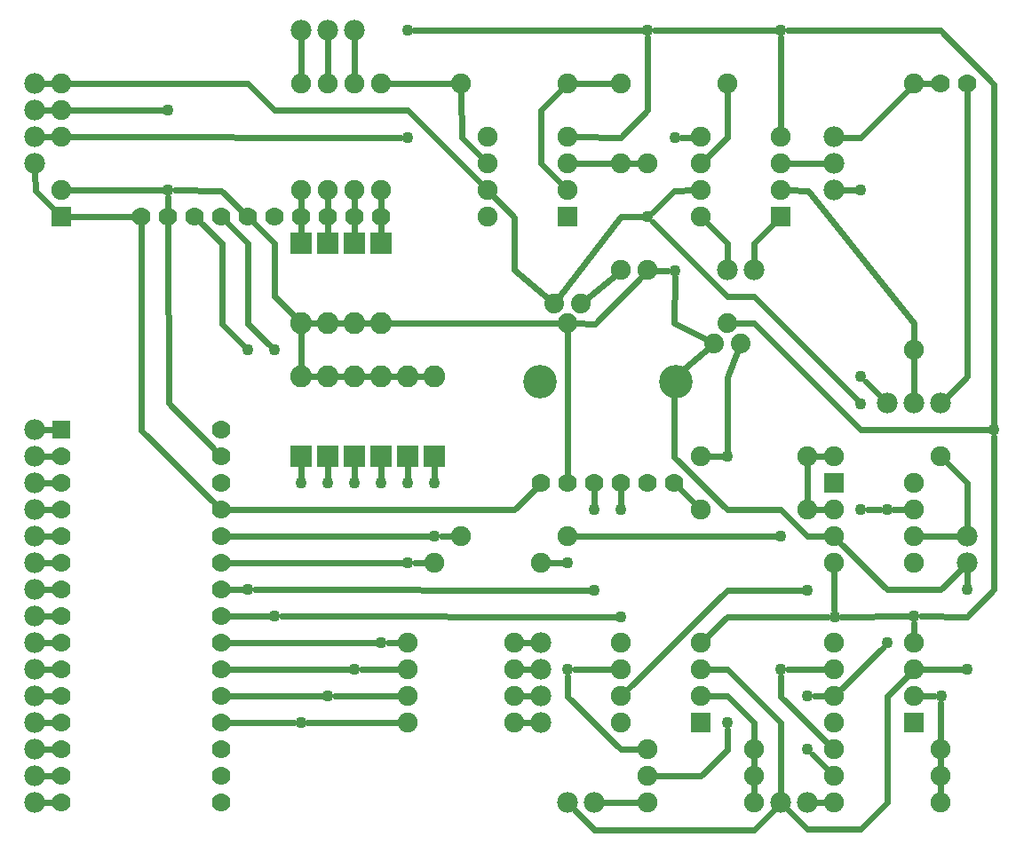
<source format=gbl>
G04 MADE WITH FRITZING*
G04 WWW.FRITZING.ORG*
G04 DOUBLE SIDED*
G04 HOLES PLATED*
G04 CONTOUR ON CENTER OF CONTOUR VECTOR*
%ASAXBY*%
%FSLAX23Y23*%
%MOIN*%
%OFA0B0*%
%SFA1.0B1.0*%
%ADD10C,0.043307*%
%ADD11C,0.074000*%
%ADD12C,0.075000*%
%ADD13C,0.125984*%
%ADD14C,0.070000*%
%ADD15C,0.078000*%
%ADD16C,0.082000*%
%ADD17R,0.075000X0.075000*%
%ADD18R,0.069972X0.070000*%
%ADD19R,0.082000X0.082000*%
%ADD20C,0.024000*%
%LNCOPPER0*%
G90*
G70*
G54D10*
X3646Y561D03*
X744Y2461D03*
X744Y2761D03*
X3044Y3061D03*
X1643Y2660D03*
X1643Y3061D03*
X2544Y3061D03*
X2646Y2660D03*
X2646Y2160D03*
X1044Y961D03*
X1144Y861D03*
X3344Y2461D03*
X3344Y1761D03*
X1044Y1861D03*
X1144Y1861D03*
X1544Y762D03*
X1444Y661D03*
X1344Y562D03*
X1243Y461D03*
X1644Y1061D03*
X1744Y1161D03*
X1243Y1361D03*
X1344Y1361D03*
X1445Y1361D03*
X1543Y1361D03*
X1644Y1361D03*
X1744Y1361D03*
G54D11*
X2894Y1886D03*
X2844Y1961D03*
X2794Y1886D03*
G54D10*
X3844Y1561D03*
X3443Y1262D03*
X3444Y761D03*
X3544Y861D03*
X3246Y859D03*
X2244Y661D03*
X2244Y1061D03*
X3044Y661D03*
X3044Y1161D03*
X2344Y1261D03*
X2345Y960D03*
X2444Y1261D03*
X2445Y860D03*
X3145Y561D03*
X3145Y960D03*
X2844Y461D03*
X2844Y1461D03*
X3344Y1261D03*
X3344Y1660D03*
X2544Y2361D03*
X3144Y361D03*
X3744Y961D03*
X3744Y661D03*
G54D12*
X3544Y1861D03*
X3545Y2861D03*
X1644Y761D03*
X2044Y761D03*
X1644Y661D03*
X2044Y661D03*
X1644Y561D03*
X2044Y561D03*
X1844Y1161D03*
X2244Y1161D03*
X1744Y1061D03*
X2144Y1061D03*
X1644Y461D03*
X2044Y461D03*
X2744Y461D03*
X2444Y461D03*
X2744Y561D03*
X2444Y561D03*
X2744Y661D03*
X2444Y661D03*
X2744Y761D03*
X2444Y761D03*
X3544Y461D03*
X3244Y461D03*
X3544Y561D03*
X3244Y561D03*
X3544Y661D03*
X3244Y661D03*
X3544Y761D03*
X3244Y761D03*
X3244Y1361D03*
X3544Y1361D03*
X3244Y1261D03*
X3544Y1261D03*
X3244Y1161D03*
X3544Y1161D03*
X3244Y1061D03*
X3544Y1061D03*
X3244Y261D03*
X3644Y261D03*
X2544Y261D03*
X2944Y261D03*
X3244Y161D03*
X3644Y161D03*
X2544Y161D03*
X2944Y161D03*
X3644Y361D03*
X3244Y361D03*
X2944Y361D03*
X2544Y361D03*
X2744Y1461D03*
X3144Y1461D03*
X3244Y1461D03*
X3644Y1461D03*
X2744Y1261D03*
X3144Y1261D03*
G54D13*
X2649Y1741D03*
G54D14*
X2144Y1361D03*
X2244Y1361D03*
X2344Y1361D03*
X2444Y1361D03*
G54D13*
X2140Y1741D03*
G54D14*
X2544Y1361D03*
X2644Y1361D03*
G54D15*
X3044Y161D03*
X3144Y161D03*
X2244Y161D03*
X2344Y161D03*
X3744Y1161D03*
X3744Y1061D03*
G54D12*
X1544Y2461D03*
X1544Y2861D03*
X1444Y2461D03*
X1444Y2861D03*
X1344Y2461D03*
X1344Y2861D03*
X1244Y2461D03*
X1244Y2861D03*
G54D14*
X3644Y2861D03*
X3744Y2861D03*
G54D15*
X1444Y3061D03*
X1344Y3061D03*
X1244Y3061D03*
X244Y1561D03*
X244Y1461D03*
X244Y1361D03*
X244Y1261D03*
X244Y1161D03*
X244Y1061D03*
X244Y961D03*
X244Y861D03*
X244Y761D03*
X244Y661D03*
X244Y561D03*
X244Y461D03*
X244Y361D03*
X244Y261D03*
X244Y161D03*
X244Y2861D03*
X244Y2761D03*
X244Y2661D03*
X244Y2561D03*
X2144Y761D03*
X2144Y661D03*
X2144Y561D03*
X2144Y461D03*
X2944Y2161D03*
X2844Y2161D03*
X3244Y2461D03*
X3244Y2561D03*
X3244Y2661D03*
X3644Y1661D03*
X3544Y1661D03*
X3444Y1661D03*
G54D12*
X2244Y2361D03*
X1944Y2361D03*
X2244Y2461D03*
X1944Y2461D03*
X2244Y2561D03*
X1944Y2561D03*
X2244Y2661D03*
X1944Y2661D03*
X2244Y2861D03*
X1844Y2861D03*
X2544Y2561D03*
X2544Y2161D03*
X2444Y2861D03*
X2844Y2861D03*
G54D11*
X2194Y2036D03*
X2244Y1961D03*
X2294Y2036D03*
G54D12*
X2444Y2161D03*
X2444Y2561D03*
G54D14*
X1544Y2361D03*
X1444Y2361D03*
X1344Y2361D03*
X1244Y2361D03*
X1144Y2361D03*
X1044Y2361D03*
X944Y2361D03*
X844Y2361D03*
X744Y2361D03*
X644Y2361D03*
G54D12*
X3044Y2361D03*
X2744Y2361D03*
X3044Y2461D03*
X2744Y2461D03*
X3044Y2561D03*
X2744Y2561D03*
X3044Y2661D03*
X2744Y2661D03*
G54D14*
X344Y1561D03*
X344Y1461D03*
X344Y1361D03*
X344Y1261D03*
X344Y1161D03*
X344Y1061D03*
X344Y961D03*
X344Y861D03*
X344Y761D03*
X344Y661D03*
X344Y561D03*
X344Y461D03*
X344Y361D03*
X344Y261D03*
X344Y161D03*
X944Y1561D03*
X944Y1461D03*
X944Y1361D03*
X944Y1261D03*
X944Y1161D03*
X944Y1061D03*
X944Y961D03*
X944Y861D03*
X944Y761D03*
X944Y661D03*
X944Y561D03*
X944Y461D03*
X944Y361D03*
X944Y261D03*
X944Y161D03*
G54D12*
X344Y2361D03*
X344Y2461D03*
X344Y2661D03*
X344Y2761D03*
X344Y2861D03*
G54D16*
X1244Y2261D03*
X1244Y1963D03*
X1244Y1463D03*
X1244Y1761D03*
X1544Y1463D03*
X1544Y1761D03*
X1444Y1463D03*
X1444Y1761D03*
X1744Y1463D03*
X1744Y1761D03*
X1644Y1463D03*
X1644Y1761D03*
X1544Y2261D03*
X1544Y1963D03*
X1444Y2261D03*
X1444Y1963D03*
X1344Y2261D03*
X1344Y1963D03*
X1344Y1463D03*
X1344Y1761D03*
G54D17*
X2744Y461D03*
X3544Y461D03*
X3244Y1361D03*
X2244Y2361D03*
X3044Y2361D03*
G54D18*
X344Y1561D03*
G54D17*
X344Y2361D03*
G54D19*
X1244Y2262D03*
X1244Y1462D03*
X1544Y1462D03*
X1444Y1462D03*
X1744Y1462D03*
X1644Y1462D03*
X1544Y2262D03*
X1444Y2262D03*
X1344Y2262D03*
X1344Y1462D03*
G54D20*
X2844Y360D02*
X2844Y436D01*
D02*
X2745Y261D02*
X2844Y360D01*
D02*
X2573Y261D02*
X2745Y261D01*
D02*
X1244Y1793D02*
X1244Y1931D01*
D02*
X3444Y561D02*
X3524Y640D01*
D02*
X3444Y162D02*
X3444Y561D01*
D02*
X3345Y62D02*
X3444Y162D01*
D02*
X3144Y61D02*
X3345Y62D01*
D02*
X3066Y139D02*
X3144Y61D01*
D02*
X643Y1559D02*
X924Y1281D01*
D02*
X644Y2330D02*
X643Y1559D01*
D02*
X614Y2361D02*
X373Y2361D01*
D02*
X247Y2460D02*
X324Y2381D01*
D02*
X245Y2531D02*
X247Y2460D01*
D02*
X316Y2661D02*
X275Y2661D01*
D02*
X316Y2761D02*
X275Y2761D01*
D02*
X316Y2861D02*
X275Y2861D01*
D02*
X720Y2461D02*
X373Y2461D01*
D02*
X373Y2761D02*
X720Y2761D01*
D02*
X744Y2392D02*
X744Y2436D01*
D02*
X315Y161D02*
X275Y161D01*
D02*
X315Y261D02*
X275Y261D01*
D02*
X315Y361D02*
X275Y361D01*
D02*
X315Y461D02*
X275Y461D01*
D02*
X315Y561D02*
X275Y561D01*
D02*
X315Y661D02*
X275Y661D01*
D02*
X315Y761D02*
X275Y761D01*
D02*
X315Y861D02*
X275Y861D01*
D02*
X315Y961D02*
X275Y961D01*
D02*
X315Y1061D02*
X275Y1061D01*
D02*
X315Y1161D02*
X275Y1161D01*
D02*
X315Y1261D02*
X275Y1261D01*
D02*
X315Y1361D02*
X275Y1361D01*
D02*
X315Y1461D02*
X275Y1461D01*
D02*
X315Y1561D02*
X275Y1561D01*
D02*
X746Y1661D02*
X744Y2330D01*
D02*
X746Y1661D02*
X924Y1481D01*
D02*
X1277Y1963D02*
X1312Y1963D01*
D02*
X1377Y1963D02*
X1412Y1963D01*
D02*
X1477Y1963D02*
X1512Y1963D01*
D02*
X1023Y2382D02*
X944Y2460D01*
D02*
X769Y2461D02*
X944Y2460D01*
D02*
X1244Y2392D02*
X1244Y2432D01*
D02*
X1344Y2432D02*
X1344Y2392D01*
D02*
X1444Y2432D02*
X1444Y2392D01*
D02*
X1544Y2432D02*
X1544Y2392D01*
D02*
X1244Y2293D02*
X1244Y2330D01*
D02*
X1344Y2330D02*
X1344Y2293D01*
D02*
X1444Y2330D02*
X1444Y2293D01*
D02*
X1544Y2330D02*
X1544Y2293D01*
D02*
X1143Y2261D02*
X1066Y2339D01*
D02*
X1143Y2062D02*
X1143Y2261D01*
D02*
X1222Y1985D02*
X1143Y2062D01*
D02*
X1244Y3031D02*
X1244Y2889D01*
D02*
X1344Y3031D02*
X1344Y2889D01*
D02*
X1444Y3031D02*
X1444Y2889D01*
D02*
X1816Y2861D02*
X1573Y2861D01*
D02*
X1846Y2660D02*
X1924Y2581D01*
D02*
X1845Y2832D02*
X1846Y2660D01*
D02*
X2416Y2861D02*
X2273Y2861D01*
D02*
X2416Y2561D02*
X2273Y2561D01*
D02*
X2473Y2561D02*
X2516Y2561D01*
D02*
X2045Y2360D02*
X1965Y2441D01*
D02*
X2044Y2161D02*
X2045Y2360D01*
D02*
X2174Y2053D02*
X2044Y2161D01*
D02*
X1045Y2862D02*
X373Y2861D01*
D02*
X1643Y2761D02*
X1143Y2761D01*
D02*
X1143Y2761D02*
X1045Y2862D01*
D02*
X1924Y2481D02*
X1643Y2761D01*
D02*
X2845Y2660D02*
X2845Y2832D01*
D02*
X2765Y2581D02*
X2845Y2660D01*
D02*
X2217Y1961D02*
X1577Y1963D01*
D02*
X2346Y1960D02*
X2272Y1961D01*
D02*
X2524Y2140D02*
X2346Y1960D01*
D02*
X2845Y2261D02*
X2845Y2191D01*
D02*
X2765Y2341D02*
X2845Y2261D01*
D02*
X2943Y2261D02*
X3024Y2341D01*
D02*
X2944Y2191D02*
X2943Y2261D01*
D02*
X3044Y2689D02*
X3044Y3036D01*
D02*
X2443Y2362D02*
X2211Y2057D01*
D02*
X2645Y2460D02*
X2562Y2378D01*
D02*
X2520Y2361D02*
X2443Y2362D01*
D02*
X2716Y2461D02*
X2645Y2460D01*
D02*
X3544Y1691D02*
X3544Y1832D01*
D02*
X3744Y1761D02*
X3666Y1682D01*
D02*
X3744Y2835D02*
X3744Y1761D01*
D02*
X3573Y2861D02*
X3618Y2861D01*
D02*
X3345Y2660D02*
X3524Y2840D01*
D02*
X3275Y2660D02*
X3345Y2660D01*
D02*
X3214Y2561D02*
X3073Y2561D01*
D02*
X3146Y2460D02*
X3544Y1961D01*
D02*
X3544Y1961D02*
X3544Y1889D01*
D02*
X3073Y2461D02*
X3146Y2460D01*
D02*
X2422Y2142D02*
X2315Y2053D01*
D02*
X1618Y2660D02*
X373Y2661D01*
D02*
X2443Y2660D02*
X2545Y2761D01*
D02*
X2545Y2761D02*
X2544Y3036D01*
D02*
X2520Y3061D02*
X1668Y3061D01*
D02*
X2273Y2661D02*
X2443Y2660D01*
D02*
X2143Y2761D02*
X2224Y2841D01*
D02*
X2143Y2562D02*
X2143Y2761D01*
D02*
X2224Y2481D02*
X2143Y2562D01*
D02*
X2569Y3061D02*
X3020Y3061D01*
D02*
X2621Y2160D02*
X2573Y2160D01*
D02*
X2716Y2660D02*
X2671Y2660D01*
D02*
X1120Y861D02*
X974Y861D01*
D02*
X1044Y2262D02*
X1044Y1960D01*
D02*
X1044Y1960D02*
X1127Y1878D01*
D02*
X966Y2339D02*
X1044Y2262D01*
D02*
X1019Y961D02*
X974Y961D01*
D02*
X946Y2262D02*
X946Y1960D01*
D02*
X946Y1960D02*
X1027Y1878D01*
D02*
X867Y2339D02*
X946Y2262D01*
D02*
X3362Y1743D02*
X3423Y1682D01*
D02*
X3275Y2461D02*
X3320Y2461D01*
D02*
X1218Y461D02*
X974Y461D01*
D02*
X1244Y1431D02*
X1243Y1386D01*
D02*
X1320Y562D02*
X974Y561D01*
D02*
X1344Y1431D02*
X1344Y1386D01*
D02*
X1445Y1386D02*
X1445Y1431D01*
D02*
X974Y661D02*
X1420Y661D01*
D02*
X1544Y1386D02*
X1544Y1431D01*
D02*
X974Y761D02*
X1519Y761D01*
D02*
X1620Y1061D02*
X974Y1061D01*
D02*
X1716Y1061D02*
X1669Y1061D01*
D02*
X1720Y1161D02*
X974Y1161D01*
D02*
X1616Y761D02*
X1569Y761D01*
D02*
X1616Y661D02*
X1469Y661D01*
D02*
X1369Y562D02*
X1616Y561D01*
D02*
X1268Y461D02*
X1616Y461D01*
D02*
X1644Y1386D02*
X1644Y1431D01*
D02*
X1744Y1386D02*
X1744Y1431D01*
D02*
X1312Y1761D02*
X1277Y1761D01*
D02*
X1412Y1761D02*
X1377Y1761D01*
D02*
X1477Y1761D02*
X1512Y1761D01*
D02*
X1577Y1761D02*
X1612Y1761D01*
D02*
X1677Y1761D02*
X1712Y1761D01*
D02*
X2420Y860D02*
X1169Y861D01*
D02*
X2444Y1330D02*
X2444Y1286D01*
D02*
X2320Y960D02*
X1069Y961D01*
D02*
X2344Y1330D02*
X2344Y1286D01*
D02*
X2244Y1392D02*
X2244Y1934D01*
D02*
X2045Y1262D02*
X2123Y1339D01*
D02*
X974Y1261D02*
X2045Y1262D01*
D02*
X2114Y761D02*
X2073Y761D01*
D02*
X2114Y661D02*
X2073Y661D01*
D02*
X2114Y561D02*
X2073Y561D01*
D02*
X2114Y461D02*
X2073Y461D01*
D02*
X3573Y1161D02*
X3714Y1161D01*
D02*
X2645Y1962D02*
X2646Y2135D01*
D02*
X2770Y1898D02*
X2645Y1962D01*
D02*
X3744Y859D02*
X3569Y861D01*
D02*
X3844Y961D02*
X3744Y859D01*
D02*
X3843Y2860D02*
X3844Y1586D01*
D02*
X3844Y1536D02*
X3844Y961D01*
D02*
X3245Y884D02*
X3245Y1032D01*
D02*
X3520Y861D02*
X3271Y859D01*
D02*
X3644Y3062D02*
X3843Y2860D01*
D02*
X3069Y3061D02*
X3644Y3062D01*
D02*
X2944Y1961D02*
X2872Y1961D01*
D02*
X3344Y1561D02*
X2944Y1961D01*
D02*
X3820Y1561D02*
X3344Y1561D01*
D02*
X3444Y961D02*
X3265Y1140D01*
D02*
X3645Y961D02*
X3444Y961D01*
D02*
X3723Y1039D02*
X3645Y961D01*
D02*
X2666Y1339D02*
X2724Y1281D01*
D02*
X3744Y1362D02*
X3744Y1191D01*
D02*
X3665Y1441D02*
X3744Y1362D01*
D02*
X3173Y1461D02*
X3216Y1461D01*
D02*
X3144Y1289D02*
X3144Y1432D01*
D02*
X2645Y1760D02*
X2774Y1868D01*
D02*
X3145Y1161D02*
X3045Y1261D01*
D02*
X3045Y1261D02*
X2844Y1261D01*
D02*
X2844Y1261D02*
X2645Y1460D01*
D02*
X2645Y1460D02*
X2645Y1760D01*
D02*
X3216Y1161D02*
X3145Y1161D01*
D02*
X3216Y1261D02*
X3173Y1261D01*
D02*
X1769Y1161D02*
X1816Y1161D01*
D02*
X3468Y1261D02*
X3516Y1261D01*
D02*
X3265Y581D02*
X3427Y743D01*
D02*
X3544Y836D02*
X3544Y789D01*
D02*
X2844Y860D02*
X3221Y859D01*
D02*
X2765Y781D02*
X2844Y860D01*
D02*
X2943Y462D02*
X2844Y561D01*
D02*
X2944Y389D02*
X2943Y462D01*
D02*
X2844Y561D02*
X2773Y561D01*
D02*
X2944Y332D02*
X2944Y289D01*
D02*
X2944Y232D02*
X2944Y189D01*
D02*
X2375Y161D02*
X2516Y161D01*
D02*
X2269Y661D02*
X2416Y661D01*
D02*
X2244Y560D02*
X2244Y636D01*
D02*
X2445Y362D02*
X2244Y560D01*
D02*
X2516Y361D02*
X2445Y362D01*
D02*
X2173Y1061D02*
X2220Y1061D01*
D02*
X3216Y661D02*
X3069Y661D01*
D02*
X2273Y1161D02*
X3020Y1161D01*
D02*
X3045Y560D02*
X3224Y381D01*
D02*
X3044Y636D02*
X3045Y560D01*
D02*
X3644Y332D02*
X3644Y289D01*
D02*
X3621Y561D02*
X3573Y561D01*
D02*
X3645Y389D02*
X3645Y536D01*
D02*
X3170Y561D02*
X3216Y561D01*
D02*
X2844Y960D02*
X3120Y960D01*
D02*
X2465Y581D02*
X2844Y960D01*
D02*
X3045Y462D02*
X3044Y191D01*
D02*
X2844Y661D02*
X3045Y462D01*
D02*
X2773Y661D02*
X2844Y661D01*
D02*
X2345Y60D02*
X2266Y139D01*
D02*
X2944Y60D02*
X2345Y60D01*
D02*
X3023Y139D02*
X2944Y60D01*
D02*
X2820Y1461D02*
X2773Y1461D01*
D02*
X2844Y1760D02*
X2844Y1486D01*
D02*
X2884Y1861D02*
X2844Y1760D01*
D02*
X3369Y1261D02*
X3418Y1261D01*
D02*
X2844Y2061D02*
X2562Y2343D01*
D02*
X2945Y2061D02*
X2844Y2061D01*
D02*
X3327Y1678D02*
X2945Y2061D01*
D02*
X3224Y281D02*
X3162Y343D01*
D02*
X3744Y986D02*
X3744Y1031D01*
D02*
X3573Y661D02*
X3720Y661D01*
D02*
X3216Y161D02*
X3175Y161D01*
D02*
X3644Y232D02*
X3644Y189D01*
G04 End of Copper0*
M02*
</source>
